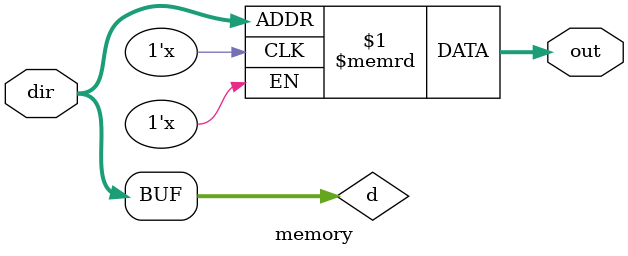
<source format=v>
module  memory(input wire[31:0] dir, output wire[31:0] out);
reg [31:0] my_memory [0:255];
integer d = dir;
assign out = my_memory[d];

endmodule

</source>
